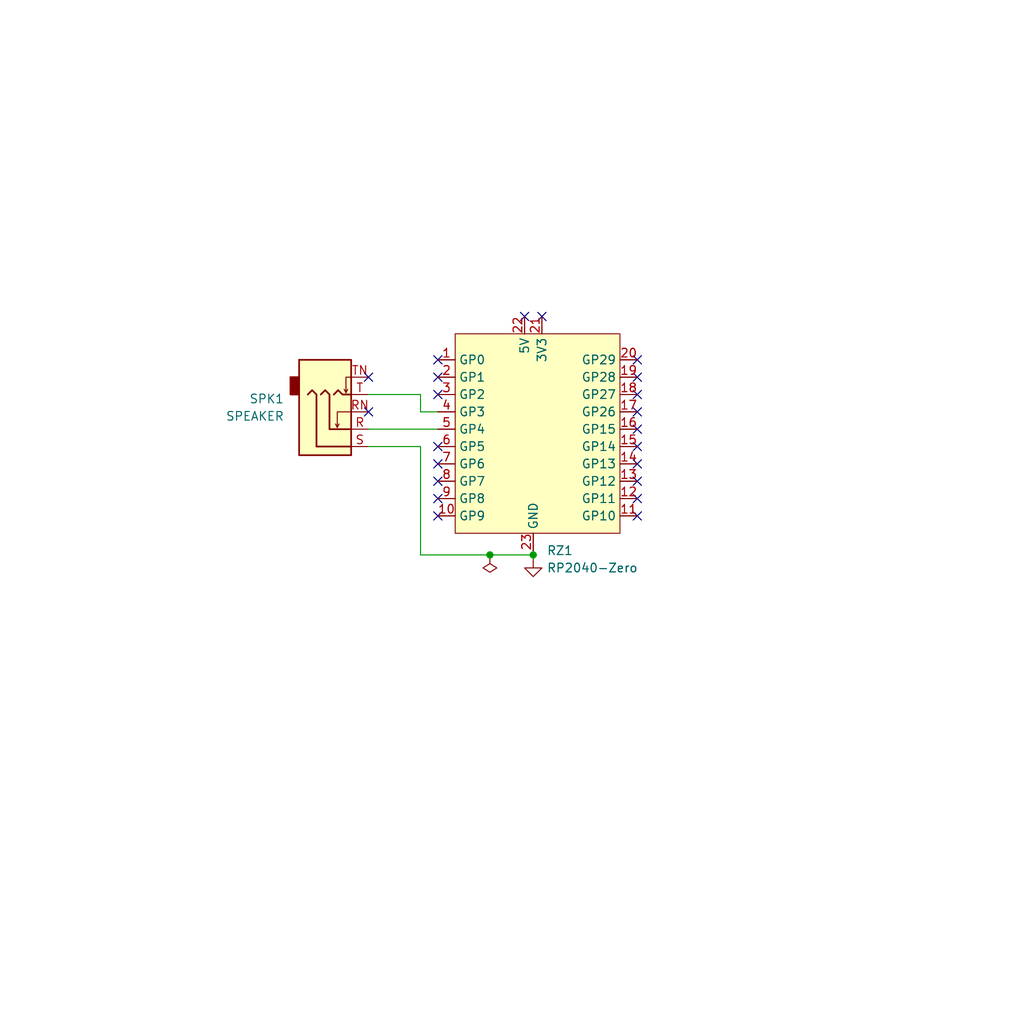
<source format=kicad_sch>
(kicad_sch (version 20230121) (generator eeschema)
  (paper "User" 150.012 150.012)
  (title_block (title "DDX-1 Digital Transceiver") (date "2023-11-30") (rev "Revision 1.10") (company "Author: Dhiru Kholia (VU3CER)") (comment 1 "With Pluggable BPF now!"))
  (lib_symbols
    (symbol "Connector_Audio:AudioJack3_SwitchTR"
      (property "Reference" "J" (at 0 8.89 0))
      (property "Value" "AudioJack3_SwitchTR" (at 0 6.35 0))
      (symbol "AudioJack3_SwitchTR_0_1"
        (rectangle (start -5.08 -5.08) (end -6.35 -7.62) (stroke (width 0.254)) (fill (type outline)))
        (polyline (pts (xy 0.508 -0.254) (xy 0.762 -0.762)))
        (polyline (pts (xy 1.778 -5.334) (xy 2.032 -5.842)))
        (polyline (pts (xy 0 -5.08) (xy 0.635 -5.715) (xy 1.27 -5.08) (xy 2.54 -5.08)) (stroke (width 0.254)))
        (polyline (pts (xy 2.54 -7.62) (xy 1.778 -7.62) (xy 1.778 -5.334) (xy 1.524 -5.842)))
        (polyline (pts (xy 2.54 -2.54) (xy 0.508 -2.54) (xy 0.508 -0.254) (xy 0.254 -0.762)))
        (polyline (pts (xy -1.905 -5.08) (xy -1.27 -5.715) (xy -0.635 -5.08) (xy -0.635 0) (xy 2.54 0)) (stroke (width 0.254)))
        (polyline (pts (xy 2.54 2.54) (xy -2.54 2.54) (xy -2.54 -5.08) (xy -3.175 -5.715) (xy -3.81 -5.08)) (stroke (width 0.254)))
        (rectangle (start 2.54 3.81) (end -5.08 -10.16) (stroke (width 0.254)) (fill (type background)))
      )
      (symbol "AudioJack3_SwitchTR_1_1"
        (pin passive line (at 5.08 0 180) (length 2.54) (name "~") (number "R"))
        (pin passive line (at 5.08 -2.54 180) (length 2.54) (name "~") (number "RN"))
        (pin passive line (at 5.08 2.54 180) (length 2.54) (name "~") (number "S"))
        (pin passive line (at 5.08 -5.08 180) (length 2.54) (name "~") (number "T"))
        (pin passive line (at 5.08 -7.62 180) (length 2.54) (name "~") (number "TN"))
      )
    )
    (symbol "power:GND" (power) (pin_names (offset 0))
      (property "Value" "GND" (at 0 -3.81 0))
      (symbol "GND_0_1"
        (polyline (pts (xy 0 0) (xy 0 -1.27) (xy 1.27 -1.27) (xy 0 -2.54) (xy -1.27 -1.27) (xy 0 -1.27)))
      )
      (symbol "GND_1_1"
        (pin power_in line (at 0 0 270) (length 0) hide (name "GND") (number "1"))
      )
    )
    (symbol "power:PWR_FLAG" (power) (pin_numbers hide) (pin_names (offset 0) hide)
      (property "Value" "PWR_FLAG" (at 0 3.81 0))
      (symbol "PWR_FLAG_0_0"
        (pin power_out line (at 0 0 90) (length 0) (name "pwr") (number "1"))
      )
      (symbol "PWR_FLAG_0_1"
        (polyline (pts (xy 0 0) (xy 0 1.27) (xy -1.016 1.905) (xy 0 2.54) (xy 1.016 1.905) (xy 0 1.27)))
      )
    )
    (symbol "rp2040-zero:RP2040-Zero"
      (property "Reference" "RZ1" (at 1.9559 -17.78 0))
      (property "Value" "RP2040-Zero" (at 1.9559 -20.32 0))
      (symbol "RP2040-Zero_0_1"
        (rectangle (start -11.43 -15.24) (end 12.7 13.97) (fill (type background)))
      )
      (symbol "RP2040-Zero_1_1"
        (pin bidirectional line (at -13.97 10.16 0) (length 2.54) (name "GP0") (number "1"))
        (pin bidirectional line (at -13.97 -12.7 0) (length 2.54) (name "GP9") (number "10"))
        (pin bidirectional line (at 15.24 -12.7 180) (length 2.54) (name "GP10") (number "11"))
        (pin bidirectional line (at 15.24 -10.16 180) (length 2.54) (name "GP11") (number "12"))
        (pin bidirectional line (at 15.24 -7.62 180) (length 2.54) (name "GP12") (number "13"))
        (pin bidirectional line (at 15.24 -5.08 180) (length 2.54) (name "GP13") (number "14"))
        (pin bidirectional line (at 15.24 -2.54 180) (length 2.54) (name "GP14") (number "15"))
        (pin bidirectional line (at 15.24 0 180) (length 2.54) (name "GP15") (number "16"))
        (pin bidirectional line (at 15.24 2.54 180) (length 2.54) (name "GP26") (number "17"))
        (pin bidirectional line (at 15.24 5.08 180) (length 2.54) (name "GP27") (number "18"))
        (pin bidirectional line (at 15.24 7.62 180) (length 2.54) (name "GP28") (number "19"))
        (pin bidirectional line (at -13.97 7.62 0) (length 2.54) (name "GP1") (number "2"))
        (pin bidirectional line (at 15.24 10.16 180) (length 2.54) (name "GP29") (number "20"))
        (pin power_in line (at 1.27 16.51 270) (length 2.54) (name "3V3") (number "21"))
        (pin power_in line (at -1.27 16.51 270) (length 2.54) (name "5V") (number "22"))
        (pin power_in line (at 0 -17.78 90) (length 2.54) (name "GND") (number "23"))
        (pin bidirectional line (at -13.97 5.08 0) (length 2.54) (name "GP2") (number "3"))
        (pin bidirectional line (at -13.97 2.54 0) (length 2.54) (name "GP3") (number "4"))
        (pin bidirectional line (at -13.97 0 0) (length 2.54) (name "GP4") (number "5"))
        (pin bidirectional line (at -13.97 -2.54 0) (length 2.54) (name "GP5") (number "6"))
        (pin bidirectional line (at -13.97 -5.08 0) (length 2.54) (name "GP6") (number "7"))
        (pin bidirectional line (at -13.97 -7.62 0) (length 2.54) (name "GP7") (number "8"))
        (pin bidirectional line (at -13.97 -10.16 0) (length 2.54) (name "GP8") (number "9"))
      )
    )
  )
  (junction (at 71.755 81.28))
  (junction (at 78.105 81.28))
  (no_connect (at 93.345 57.785))
  (no_connect (at 93.345 55.245))
  (no_connect (at 93.345 65.405))
  (no_connect (at 64.135 57.785))
  (no_connect (at 76.835 46.355))
  (no_connect (at 93.345 60.325))
  (no_connect (at 79.375 46.355))
  (no_connect (at 93.345 62.865))
  (no_connect (at 64.135 70.485))
  (no_connect (at 93.345 73.025))
  (no_connect (at 53.975 60.325))
  (no_connect (at 64.135 73.025))
  (no_connect (at 64.135 67.945))
  (no_connect (at 93.345 67.945))
  (no_connect (at 93.345 52.705))
  (no_connect (at 53.975 55.245))
  (no_connect (at 64.135 65.405))
  (no_connect (at 93.345 75.565))
  (no_connect (at 64.135 75.565))
  (no_connect (at 64.135 55.245))
  (no_connect (at 93.345 70.485))
  (no_connect (at 64.135 52.705))
  (wire (pts (xy 78.105 80.645) (xy 78.105 81.28)))
  (wire (pts (xy 78.105 81.28) (xy 71.755 81.28)))
  (wire (pts (xy 61.595 60.325) (xy 64.135 60.325)))
  (wire (pts (xy 53.975 65.405) (xy 61.595 65.405)))
  (wire (pts (xy 53.975 57.785) (xy 61.595 57.785)))
  (wire (pts (xy 61.595 57.785) (xy 61.595 60.325)))
  (wire (pts (xy 78.105 81.28) (xy 78.105 81.915)))
  (wire (pts (xy 71.755 81.28) (xy 61.595 81.28)))
  (wire (pts (xy 61.595 65.405) (xy 61.595 81.28)))
  (wire (pts (xy 53.975 62.865) (xy 64.135 62.865)))
  (symbol (lib_id "power:PWR_FLAG") (at 71.755 81.28 180) (unit 1)
    (property "Reference" "#FLG01" (effects hide))
    (property "Value" "PWR_FLAG" (effects hide))
  )
  (symbol (lib_id "power:GND") (at 78.105 81.915 0) (unit 1)
    (property "Reference" "#PWR038" (effects hide))
    (property "Value" "GND" (effects hide))
  )
  (symbol (lib_id "Connector_Audio:AudioJack3_SwitchTR") (at 48.895 62.865 0) (mirror x) (unit 1)
    (property "Reference" "SPK1" (at 41.656 58.4199 0) (effects (justify right)))
    (property "Value" "SPEAKER" (at 41.656 60.9599 0) (effects (justify right)))
    (property "Footprint" "footprints:PJ-307_Modded" (effects hide))
    (property "Datasheet" "https://cdn.hackaday.io/files/1813827760247488/JW-PJ-307-5_35mm-stereo-pcb-socket.pdf" (effects hide))
  )
  (symbol (lib_id "rp2040-zero:RP2040-Zero") (at 78.105 62.865 0) (unit 1)
    (property "Reference" "RZ1" (at 80.0609 80.645 0) (effects (justify left)))
    (property "Value" "RP2040-Zero" (at 80.0609 83.185 0) (effects (justify left)))
    (property "Footprint" "footprints:RP2040-Zero" (effects hide))
    (property "Datasheet" "https://www.waveshare.com/wiki/RP2040-Zero" (effects hide))
  )
)
</source>
